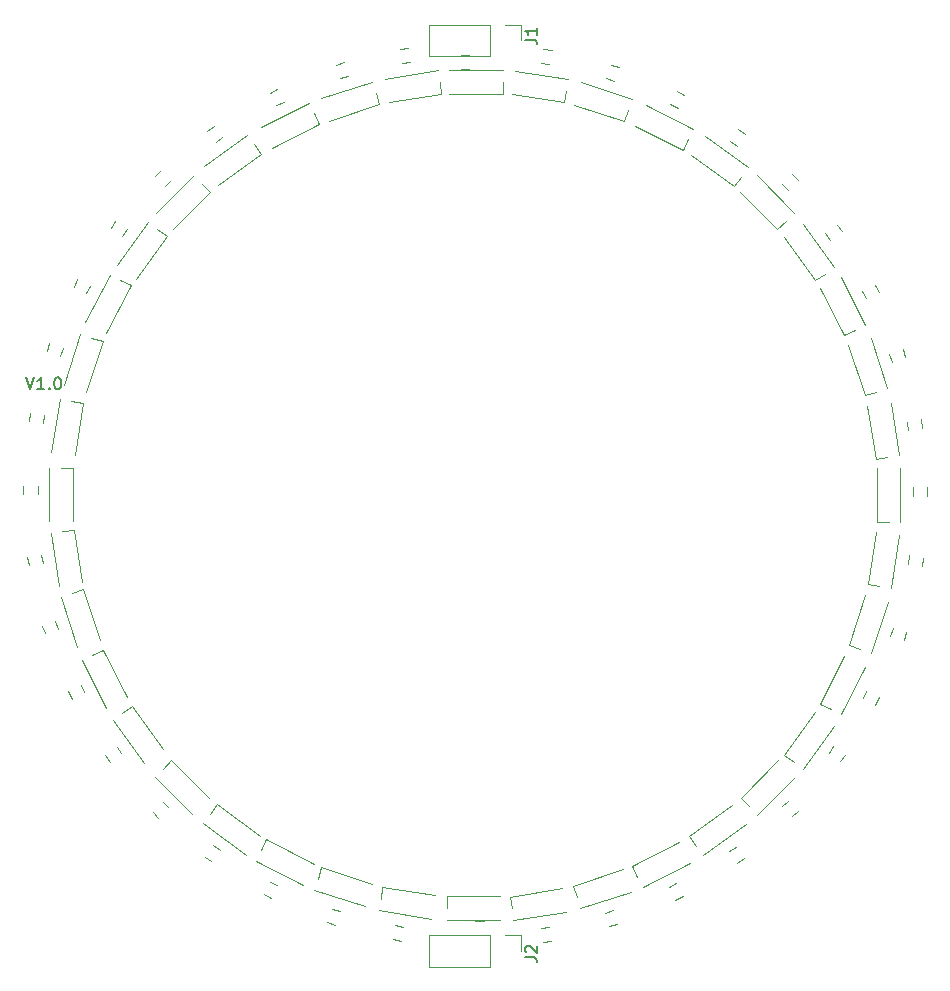
<source format=gbr>
G04 #@! TF.GenerationSoftware,KiCad,Pcbnew,(5.1.5)-3*
G04 #@! TF.CreationDate,2020-06-10T12:30:33+02:00*
G04 #@! TF.ProjectId,Ring80,52696e67-3830-42e6-9b69-6361645f7063,V0.1*
G04 #@! TF.SameCoordinates,Original*
G04 #@! TF.FileFunction,Legend,Top*
G04 #@! TF.FilePolarity,Positive*
%FSLAX46Y46*%
G04 Gerber Fmt 4.6, Leading zero omitted, Abs format (unit mm)*
G04 Created by KiCad (PCBNEW (5.1.5)-3) date 2020-06-10 12:30:33*
%MOMM*%
%LPD*%
G04 APERTURE LIST*
%ADD10C,0.150000*%
%ADD11C,0.120000*%
G04 APERTURE END LIST*
D10*
X56346190Y-117512380D02*
X56679523Y-118512380D01*
X57012857Y-117512380D01*
X57870000Y-118512380D02*
X57298571Y-118512380D01*
X57584285Y-118512380D02*
X57584285Y-117512380D01*
X57489047Y-117655238D01*
X57393809Y-117750476D01*
X57298571Y-117798095D01*
X58298571Y-118417142D02*
X58346190Y-118464761D01*
X58298571Y-118512380D01*
X58250952Y-118464761D01*
X58298571Y-118417142D01*
X58298571Y-118512380D01*
X58965238Y-117512380D02*
X59060476Y-117512380D01*
X59155714Y-117560000D01*
X59203333Y-117607619D01*
X59250952Y-117702857D01*
X59298571Y-117893333D01*
X59298571Y-118131428D01*
X59250952Y-118321904D01*
X59203333Y-118417142D01*
X59155714Y-118464761D01*
X59060476Y-118512380D01*
X58965238Y-118512380D01*
X58870000Y-118464761D01*
X58822380Y-118417142D01*
X58774761Y-118321904D01*
X58727142Y-118131428D01*
X58727142Y-117893333D01*
X58774761Y-117702857D01*
X58822380Y-117607619D01*
X58870000Y-117560000D01*
X58965238Y-117512380D01*
D11*
X125661135Y-149449515D02*
X125249685Y-150015827D01*
X124278865Y-149310485D02*
X124690315Y-148744173D01*
X63430315Y-150035827D02*
X63018865Y-149469515D01*
X63989685Y-148764173D02*
X64401135Y-149330485D01*
X90478000Y-164742000D02*
X90478000Y-167402000D01*
X95618000Y-164742000D02*
X90478000Y-164742000D01*
X95618000Y-167402000D02*
X90478000Y-167402000D01*
X95618000Y-164742000D02*
X95618000Y-167402000D01*
X96888000Y-164742000D02*
X98218000Y-164742000D01*
X98218000Y-164742000D02*
X98218000Y-166072000D01*
X90480000Y-87630000D02*
X90480000Y-90290000D01*
X95620000Y-87630000D02*
X90480000Y-87630000D01*
X95620000Y-90290000D02*
X90480000Y-90290000D01*
X95620000Y-87630000D02*
X95620000Y-90290000D01*
X96890000Y-87630000D02*
X98220000Y-87630000D01*
X98220000Y-87630000D02*
X98220000Y-88960000D01*
X91502530Y-93491014D02*
X91346095Y-92503326D01*
X87057932Y-94194970D02*
X91502530Y-93491014D01*
X86745063Y-92219593D02*
X91189661Y-91515638D01*
X59515113Y-118119103D02*
X60905690Y-113839349D01*
X61417226Y-118737137D02*
X62807803Y-114457383D01*
X62807803Y-114457383D02*
X61856746Y-114148366D01*
X118181853Y-100369061D02*
X121363833Y-103551041D01*
X116767639Y-101783274D02*
X119949620Y-104965255D01*
X119949620Y-104965255D02*
X120656727Y-104258148D01*
X81334666Y-93862985D02*
X85614420Y-92472408D01*
X81952700Y-95765098D02*
X86232454Y-94374521D01*
X86232454Y-94374521D02*
X85923437Y-93423465D01*
X76240295Y-96311474D02*
X80249824Y-94268517D01*
X77148276Y-98093487D02*
X81157805Y-96050530D01*
X81157805Y-96050530D02*
X80703815Y-95159523D01*
X71415439Y-99595815D02*
X75056015Y-96950781D01*
X72591009Y-101213849D02*
X76231586Y-98568815D01*
X76231586Y-98568815D02*
X75643800Y-97759798D01*
X67328680Y-103568528D02*
X70510660Y-100386548D01*
X68742893Y-104982742D02*
X71924874Y-101800761D01*
X71924874Y-101800761D02*
X71217767Y-101093654D01*
X63987536Y-107959929D02*
X66632569Y-104319352D01*
X65605570Y-109135499D02*
X68250603Y-105494923D01*
X68250603Y-105494923D02*
X67441586Y-104907138D01*
X61354714Y-112812522D02*
X63397671Y-108802993D01*
X63136727Y-113720503D02*
X65179684Y-109710974D01*
X65179684Y-109710974D02*
X64288678Y-109256983D01*
X58462568Y-123793354D02*
X59166523Y-119348757D01*
X60437945Y-124106223D02*
X61141900Y-119661626D01*
X61141900Y-119661626D02*
X60154212Y-119505191D01*
X58310000Y-129700000D02*
X58310000Y-125200000D01*
X60310000Y-129700000D02*
X60310000Y-125200000D01*
X60310000Y-125200000D02*
X59310000Y-125200000D01*
X59119593Y-135154937D02*
X58415638Y-130710339D01*
X61094970Y-134842068D02*
X60391014Y-130397470D01*
X60391014Y-130397470D02*
X59403326Y-130553905D01*
X60662985Y-140355334D02*
X59272408Y-136075580D01*
X62565098Y-139737300D02*
X61174521Y-135457546D01*
X61174521Y-135457546D02*
X60223465Y-135766563D01*
X63081474Y-145479705D02*
X61038517Y-141470176D01*
X64863487Y-144571724D02*
X62820530Y-140562195D01*
X62820530Y-140562195D02*
X61929523Y-141016185D01*
X66308294Y-150163803D02*
X63663260Y-146523227D01*
X67926328Y-148988233D02*
X65281294Y-145347656D01*
X65281294Y-145347656D02*
X64472277Y-145935442D01*
X70408147Y-154510939D02*
X67226167Y-151328959D01*
X71822361Y-153096726D02*
X68640380Y-149914745D01*
X68640380Y-149914745D02*
X67933273Y-150621852D01*
X74919929Y-157922464D02*
X71279352Y-155277431D01*
X76095499Y-156304430D02*
X72454923Y-153659397D01*
X72454923Y-153659397D02*
X71867138Y-154468414D01*
X79782522Y-160455286D02*
X75772993Y-158412329D01*
X80690503Y-158673273D02*
X76680974Y-156630316D01*
X76680974Y-156630316D02*
X76226983Y-157521322D01*
X84999103Y-162294887D02*
X80719349Y-160904310D01*
X85617137Y-160392774D02*
X81337383Y-159002197D01*
X81337383Y-159002197D02*
X81028366Y-159953254D01*
X90633354Y-163347432D02*
X86188757Y-162643477D01*
X90946223Y-161372055D02*
X86501626Y-160668100D01*
X86501626Y-160668100D02*
X86345191Y-161655788D01*
X96448000Y-163416000D02*
X91948000Y-163416000D01*
X96448000Y-161416000D02*
X91948000Y-161416000D01*
X91948000Y-161416000D02*
X91948000Y-162416000D01*
X102036934Y-162748725D02*
X97592336Y-163452680D01*
X101724065Y-160773348D02*
X97279467Y-161477304D01*
X97279467Y-161477304D02*
X97435902Y-162464992D01*
X107523521Y-161046154D02*
X103243767Y-162436731D01*
X106905487Y-159144041D02*
X102625733Y-160534618D01*
X102625733Y-160534618D02*
X102934750Y-161485674D01*
X112539705Y-158638526D02*
X108530176Y-160681483D01*
X111631724Y-156856513D02*
X107622195Y-158899470D01*
X107622195Y-158899470D02*
X108076185Y-159790477D01*
X117277942Y-155323766D02*
X113637366Y-157968800D01*
X116102372Y-153705732D02*
X112461795Y-156350766D01*
X112461795Y-156350766D02*
X113049581Y-157159783D01*
X121420939Y-151341853D02*
X118238959Y-154523833D01*
X120006726Y-149927639D02*
X116824745Y-153109620D01*
X116824745Y-153109620D02*
X117531852Y-153816727D01*
X124762464Y-146990071D02*
X122117431Y-150630648D01*
X123144430Y-145814501D02*
X120499397Y-149455077D01*
X120499397Y-149455077D02*
X121308414Y-150042862D01*
X127385286Y-142017478D02*
X125342329Y-146027007D01*
X125603273Y-141109497D02*
X123560316Y-145119026D01*
X123560316Y-145119026D02*
X124451322Y-145573017D01*
X129265748Y-136522710D02*
X127875171Y-140802464D01*
X127363635Y-135904676D02*
X125973058Y-140184430D01*
X125973058Y-140184430D02*
X126924115Y-140493447D01*
X130277432Y-130876646D02*
X129573477Y-135321243D01*
X128302055Y-130563777D02*
X127598100Y-135008374D01*
X127598100Y-135008374D02*
X128585788Y-135164809D01*
X130350000Y-125210000D02*
X130350000Y-129710000D01*
X128350000Y-125210000D02*
X128350000Y-129710000D01*
X128350000Y-129710000D02*
X129350000Y-129710000D01*
X129540407Y-119655063D02*
X130244362Y-124099661D01*
X127565030Y-119967932D02*
X128268986Y-124412530D01*
X128268986Y-124412530D02*
X129256674Y-124256095D01*
X127846154Y-114136479D02*
X129236731Y-118416233D01*
X125944041Y-114754513D02*
X127334618Y-119034267D01*
X127334618Y-119034267D02*
X128285674Y-118725250D01*
X125353432Y-109021141D02*
X127396389Y-113030670D01*
X123571419Y-109929122D02*
X125614376Y-113938651D01*
X125614376Y-113938651D02*
X126505383Y-113484661D01*
X122111706Y-104486197D02*
X124756740Y-108126773D01*
X120493672Y-105661767D02*
X123138706Y-109302344D01*
X123138706Y-109302344D02*
X123947723Y-108714558D01*
X113814210Y-97075476D02*
X117454787Y-99720509D01*
X112638640Y-98693510D02*
X116279216Y-101338543D01*
X116279216Y-101338543D02*
X116867001Y-100529526D01*
X108817478Y-94414714D02*
X112827007Y-96457671D01*
X107909497Y-96196727D02*
X111919026Y-98239684D01*
X111919026Y-98239684D02*
X112373017Y-97348678D01*
X103330897Y-92535113D02*
X107610651Y-93925690D01*
X102712863Y-94437226D02*
X106992617Y-95827803D01*
X106992617Y-95827803D02*
X107301634Y-94876746D01*
X87970448Y-89722139D02*
X88661830Y-89612635D01*
X88849552Y-90797861D02*
X88158170Y-90907365D01*
X82581720Y-91037522D02*
X83247460Y-90821210D01*
X83618280Y-91962478D02*
X82952540Y-92178790D01*
X76975753Y-93404293D02*
X77599458Y-93086499D01*
X78144247Y-94155707D02*
X77520542Y-94473501D01*
X71674173Y-96630315D02*
X72240485Y-96218865D01*
X72945827Y-97189685D02*
X72379515Y-97601135D01*
X67248249Y-100453223D02*
X67743223Y-99958249D01*
X68591751Y-100806777D02*
X68096777Y-101301751D01*
X63488865Y-104840485D02*
X63900315Y-104274173D01*
X64871135Y-104979515D02*
X64459685Y-105545827D01*
X60356499Y-109819458D02*
X60674293Y-109195753D01*
X61743501Y-109740542D02*
X61425707Y-110364247D01*
X58071210Y-115297460D02*
X58287522Y-114631720D01*
X59428790Y-115002540D02*
X59212478Y-115668280D01*
X56572635Y-121221830D02*
X56682139Y-120530448D01*
X57867365Y-120718170D02*
X57757861Y-121409552D01*
X56100000Y-127410000D02*
X56100000Y-126710000D01*
X57300000Y-126710000D02*
X57300000Y-127410000D01*
X56542139Y-133399552D02*
X56432635Y-132708170D01*
X57617861Y-132520448D02*
X57727365Y-133211830D01*
X57897522Y-139188280D02*
X57681210Y-138522540D01*
X58822478Y-138151720D02*
X59038790Y-138817460D01*
X60204293Y-144714247D02*
X59886499Y-144090542D01*
X60955707Y-143545753D02*
X61273501Y-144169458D01*
X67532893Y-154771421D02*
X67037919Y-154276447D01*
X67886447Y-153427919D02*
X68381421Y-153922893D01*
X72020485Y-158491135D02*
X71454173Y-158079685D01*
X72159515Y-157108865D02*
X72725827Y-157520315D01*
X77061203Y-161593008D02*
X76437498Y-161275214D01*
X76982287Y-160206006D02*
X77605992Y-160523800D01*
X82517460Y-163848790D02*
X81851720Y-163632478D01*
X82222540Y-162491210D02*
X82888280Y-162707522D01*
X88061830Y-165187365D02*
X87370448Y-165077861D01*
X87558170Y-163892635D02*
X88249552Y-164002139D01*
X95070000Y-164730000D02*
X94370000Y-164730000D01*
X94370000Y-163530000D02*
X95070000Y-163530000D01*
X100769552Y-165207861D02*
X100078170Y-165317365D01*
X99890448Y-164132139D02*
X100581830Y-164022635D01*
X106388280Y-163782478D02*
X105722540Y-163998790D01*
X105351720Y-162857522D02*
X106017460Y-162641210D01*
X111914247Y-161425707D02*
X111290542Y-161743501D01*
X110745753Y-160674293D02*
X111369458Y-160356499D01*
X117105827Y-158199685D02*
X116539515Y-158611135D01*
X115834173Y-157640315D02*
X116400485Y-157228865D01*
X121701421Y-154187107D02*
X121206447Y-154682081D01*
X120357919Y-153833553D02*
X120852893Y-153338579D01*
X128553501Y-144590542D02*
X128235707Y-145214247D01*
X127166499Y-144669458D02*
X127484293Y-144045753D01*
X130840553Y-139079248D02*
X130624241Y-139744988D01*
X129482973Y-139374168D02*
X129699285Y-138708428D01*
X132277365Y-132768170D02*
X132167861Y-133459552D01*
X130982635Y-133271830D02*
X131092139Y-132580448D01*
X132610000Y-126810000D02*
X132610000Y-127510000D01*
X131410000Y-127510000D02*
X131410000Y-126810000D01*
X132067861Y-121060448D02*
X132177365Y-121751830D01*
X130992139Y-121939552D02*
X130882635Y-121248170D01*
X130562478Y-115141720D02*
X130778790Y-115807460D01*
X129637522Y-116178280D02*
X129421210Y-115512540D01*
X128205707Y-109655753D02*
X128523501Y-110279458D01*
X127454293Y-110824247D02*
X127136499Y-110200542D01*
X124969685Y-104574173D02*
X125381135Y-105140485D01*
X124410315Y-105845827D02*
X123998865Y-105279515D01*
X121176777Y-100278249D02*
X121671751Y-100773223D01*
X120823223Y-101621751D02*
X120328249Y-101126777D01*
X116629515Y-96498865D02*
X117195827Y-96910315D01*
X116490485Y-97881135D02*
X115924173Y-97469685D01*
X111430542Y-93286499D02*
X112054247Y-93604293D01*
X111509458Y-94673501D02*
X110885753Y-94355707D01*
X105832540Y-91051210D02*
X106498280Y-91267522D01*
X106127460Y-92408790D02*
X105461720Y-92192478D01*
X97756646Y-91552568D02*
X102201243Y-92256523D01*
X97443777Y-93527945D02*
X101888374Y-94231900D01*
X101888374Y-94231900D02*
X102044809Y-93244212D01*
X92180000Y-91490000D02*
X96680000Y-91490000D01*
X92180000Y-93490000D02*
X96680000Y-93490000D01*
X96680000Y-93490000D02*
X96680000Y-92490000D01*
X100128170Y-89702635D02*
X100819552Y-89812139D01*
X100631830Y-90997365D02*
X99940448Y-90887861D01*
X93140000Y-90230000D02*
X93840000Y-90230000D01*
X93840000Y-91430000D02*
X93140000Y-91430000D01*
D10*
X98582380Y-166613333D02*
X99296666Y-166613333D01*
X99439523Y-166660952D01*
X99534761Y-166756190D01*
X99582380Y-166899047D01*
X99582380Y-166994285D01*
X98677619Y-166184761D02*
X98630000Y-166137142D01*
X98582380Y-166041904D01*
X98582380Y-165803809D01*
X98630000Y-165708571D01*
X98677619Y-165660952D01*
X98772857Y-165613333D01*
X98868095Y-165613333D01*
X99010952Y-165660952D01*
X99582380Y-166232380D01*
X99582380Y-165613333D01*
X98562380Y-88913333D02*
X99276666Y-88913333D01*
X99419523Y-88960952D01*
X99514761Y-89056190D01*
X99562380Y-89199047D01*
X99562380Y-89294285D01*
X99562380Y-87913333D02*
X99562380Y-88484761D01*
X99562380Y-88199047D02*
X98562380Y-88199047D01*
X98705238Y-88294285D01*
X98800476Y-88389523D01*
X98848095Y-88484761D01*
M02*

</source>
